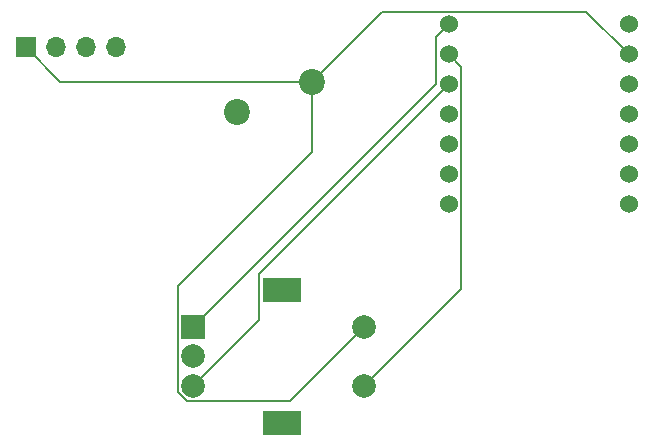
<source format=gbr>
%TF.GenerationSoftware,KiCad,Pcbnew,9.0.2*%
%TF.CreationDate,2025-07-02T04:02:22-04:00*%
%TF.ProjectId,PassPad_KiCAD,50617373-5061-4645-9f4b-694341442e6b,rev?*%
%TF.SameCoordinates,Original*%
%TF.FileFunction,Copper,L2,Bot*%
%TF.FilePolarity,Positive*%
%FSLAX46Y46*%
G04 Gerber Fmt 4.6, Leading zero omitted, Abs format (unit mm)*
G04 Created by KiCad (PCBNEW 9.0.2) date 2025-07-02 04:02:22*
%MOMM*%
%LPD*%
G01*
G04 APERTURE LIST*
%TA.AperFunction,ComponentPad*%
%ADD10R,1.700000X1.700000*%
%TD*%
%TA.AperFunction,ComponentPad*%
%ADD11O,1.700000X1.700000*%
%TD*%
%TA.AperFunction,ComponentPad*%
%ADD12C,2.200000*%
%TD*%
%TA.AperFunction,ComponentPad*%
%ADD13R,2.000000X2.000000*%
%TD*%
%TA.AperFunction,ComponentPad*%
%ADD14C,2.000000*%
%TD*%
%TA.AperFunction,ComponentPad*%
%ADD15R,3.200000X2.000000*%
%TD*%
%TA.AperFunction,ComponentPad*%
%ADD16C,1.524000*%
%TD*%
%TA.AperFunction,Conductor*%
%ADD17C,0.200000*%
%TD*%
G04 APERTURE END LIST*
D10*
%TO.P,J1,1,Pin_1*%
%TO.N,GND*%
X107156250Y-73818750D03*
D11*
%TO.P,J1,2,Pin_2*%
%TO.N,+3V3*%
X109696250Y-73818750D03*
%TO.P,J1,3,Pin_3*%
%TO.N,Net-(J1-Pin_3)*%
X112236250Y-73818750D03*
%TO.P,J1,4,Pin_4*%
%TO.N,Net-(J1-Pin_4)*%
X114776250Y-73818750D03*
%TD*%
D12*
%TO.P,SW2,1,1*%
%TO.N,GND*%
X131443450Y-76741028D03*
%TO.P,SW2,2,2*%
%TO.N,Net-(U1-D7{slash}CSB{slash}P1{slash}RX)*%
X125093450Y-79281028D03*
%TD*%
D13*
%TO.P,SW1,A,A*%
%TO.N,Net-(U1-P26{slash}A0{slash}D0)*%
X121337500Y-97512500D03*
D14*
%TO.P,SW1,B,B*%
%TO.N,Net-(U1-P28{slash}A2{slash}D2)*%
X121337500Y-102512500D03*
%TO.P,SW1,C,C*%
%TO.N,GND*%
X121337500Y-100012500D03*
D15*
%TO.P,SW1,MP*%
%TO.N,N/C*%
X128837500Y-94412500D03*
X128837500Y-105612500D03*
D14*
%TO.P,SW1,S1,S1*%
%TO.N,Net-(U1-P27{slash}A1{slash}D1)*%
X135837500Y-102512500D03*
%TO.P,SW1,S2,S2*%
%TO.N,GND*%
X135837500Y-97512500D03*
%TD*%
D16*
%TO.P,U1,1,P26/A0/D0*%
%TO.N,Net-(U1-P26{slash}A0{slash}D0)*%
X142969086Y-71894350D03*
%TO.P,U1,2,P27/A1/D1*%
%TO.N,Net-(U1-P27{slash}A1{slash}D1)*%
X142969086Y-74434350D03*
%TO.P,U1,3,P28/A2/D2*%
%TO.N,Net-(U1-P28{slash}A2{slash}D2)*%
X142969086Y-76974350D03*
%TO.P,U1,4,P29/A3/D3*%
%TO.N,unconnected-(U1-P29{slash}A3{slash}D3-Pad4)*%
X142969086Y-79514350D03*
%TO.P,U1,5,P6/SDA/D4*%
%TO.N,Net-(J1-Pin_4)*%
X142969086Y-82054350D03*
%TO.P,U1,6,P7/SCL/D5*%
%TO.N,Net-(J1-Pin_3)*%
X142969086Y-84594350D03*
%TO.P,U1,7,P0//TX/D6*%
%TO.N,unconnected-(U1-P0{slash}{slash}TX{slash}D6-Pad7)_1*%
X142969086Y-87134350D03*
%TO.P,U1,8,D7/CSB/P1/RX*%
%TO.N,Net-(U1-D7{slash}CSB{slash}P1{slash}RX)*%
X158209086Y-87134350D03*
%TO.P,U1,9,D8/SCK/P2*%
%TO.N,unconnected-(U1-D8{slash}SCK{slash}P2-Pad9)*%
X158209086Y-84594350D03*
%TO.P,U1,10,D9/MISO/P4*%
%TO.N,unconnected-(U1-D9{slash}MISO{slash}P4-Pad10)*%
X158209086Y-82054350D03*
%TO.P,U1,11,D10/MOSI/P3*%
%TO.N,unconnected-(U1-D10{slash}MOSI{slash}P3-Pad11)_1*%
X158209086Y-79514350D03*
%TO.P,U1,12,3V3*%
%TO.N,+3V3*%
X158209086Y-76974350D03*
%TO.P,U1,13,GND*%
%TO.N,GND*%
X158209086Y-74434350D03*
%TO.P,U1,14,5V*%
%TO.N,unconnected-(U1-5V-Pad14)*%
X158209086Y-71894350D03*
%TD*%
D17*
%TO.N,GND*%
X135837500Y-97512500D02*
X129536500Y-103813500D01*
X120798608Y-103813500D02*
X120036500Y-103051392D01*
X129536500Y-103813500D02*
X120798608Y-103813500D01*
X120036500Y-103051392D02*
X120036500Y-94069508D01*
X120036500Y-94069508D02*
X131443450Y-82662558D01*
X131443450Y-82662558D02*
X131443450Y-76741028D01*
X131443450Y-76741028D02*
X110078528Y-76741028D01*
X110078528Y-76741028D02*
X107156250Y-73818750D01*
X158209086Y-74434350D02*
X154606086Y-70831350D01*
X154606086Y-70831350D02*
X137353128Y-70831350D01*
X137353128Y-70831350D02*
X131443450Y-76741028D01*
%TO.N,Net-(U1-P26{slash}A0{slash}D0)*%
X121337500Y-97512500D02*
X141906086Y-76943914D01*
X141906086Y-76943914D02*
X141906086Y-72957350D01*
X141906086Y-72957350D02*
X142969086Y-71894350D01*
%TO.N,Net-(U1-P28{slash}A2{slash}D2)*%
X121337500Y-102512500D02*
X126936500Y-96913500D01*
X126936500Y-96913500D02*
X126936500Y-93006936D01*
X126936500Y-93006936D02*
X142969086Y-76974350D01*
%TO.N,Net-(U1-P27{slash}A1{slash}D1)*%
X135837500Y-102512500D02*
X144032086Y-94317914D01*
X144032086Y-75497350D02*
X142969086Y-74434350D01*
X144032086Y-94317914D02*
X144032086Y-75497350D01*
%TO.N,Net-(U1-P28{slash}A2{slash}D2)*%
X121337500Y-102500000D02*
X121443750Y-102393750D01*
X121337500Y-102512500D02*
X121337500Y-102500000D01*
%TD*%
M02*

</source>
